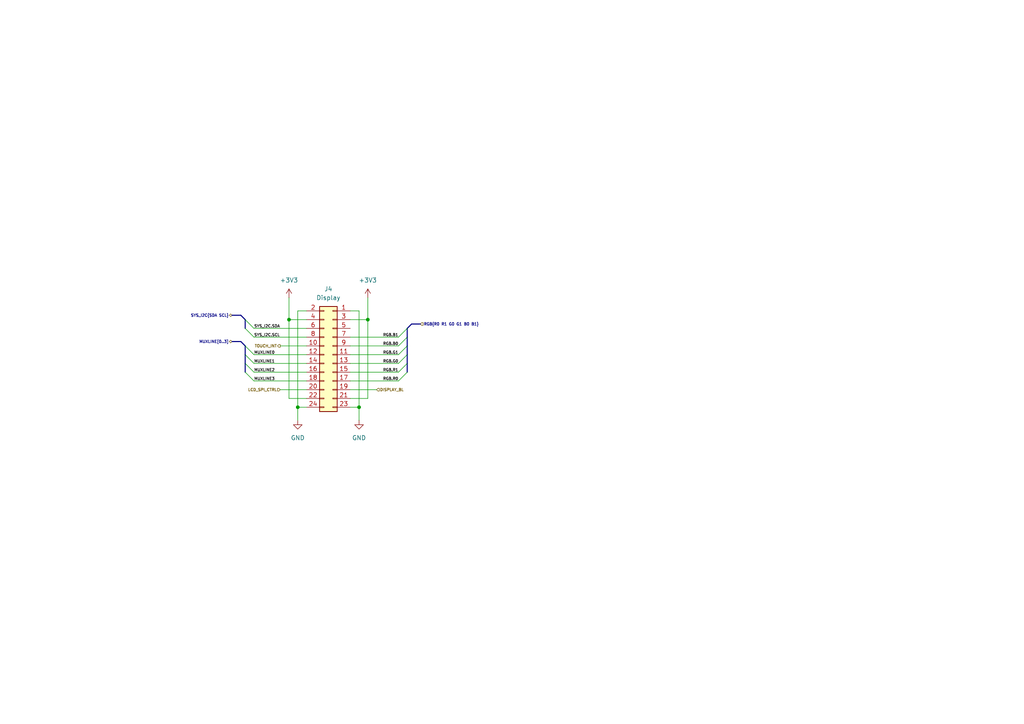
<source format=kicad_sch>
(kicad_sch (version 20211123) (generator eeschema)
  (paper "A4")
  (title_block (rev "A") (company "Frisius"))
  (lib_symbols
    (symbol "Connector_Generic:Conn_02x12_Odd_Even" (pin_names (offset 1.016) hide)
      (property "Reference" "J" (at 1.27 15.24 0))
      (property "Value" "Conn_02x12_Odd_Even" (at 1.27 -17.78 0))
      (symbol "Conn_02x12_Odd_Even_1_1"
        (rectangle (start -1.27 -15.113) (end 0 -15.367) (stroke (width 0.1524)))
        (rectangle (start -1.27 -12.573) (end 0 -12.827) (stroke (width 0.1524)))
        (rectangle (start -1.27 -10.033) (end 0 -10.287) (stroke (width 0.1524)))
        (rectangle (start -1.27 -7.493) (end 0 -7.747) (stroke (width 0.1524)))
        (rectangle (start -1.27 -4.953) (end 0 -5.207) (stroke (width 0.1524)))
        (rectangle (start -1.27 -2.413) (end 0 -2.667) (stroke (width 0.1524)))
        (rectangle (start -1.27 0.127) (end 0 -0.127) (stroke (width 0.1524)))
        (rectangle (start -1.27 2.667) (end 0 2.413) (stroke (width 0.1524)))
        (rectangle (start -1.27 5.207) (end 0 4.953) (stroke (width 0.1524)))
        (rectangle (start -1.27 7.747) (end 0 7.493) (stroke (width 0.1524)))
        (rectangle (start -1.27 10.287) (end 0 10.033) (stroke (width 0.1524)))
        (rectangle (start -1.27 12.827) (end 0 12.573) (stroke (width 0.1524)))
        (rectangle (start -1.27 13.97) (end 3.81 -16.51) (stroke (width 0.254)) (fill (type background)))
        (rectangle (start 3.81 -15.113) (end 2.54 -15.367) (stroke (width 0.1524)))
        (rectangle (start 3.81 -12.573) (end 2.54 -12.827) (stroke (width 0.1524)))
        (rectangle (start 3.81 -10.033) (end 2.54 -10.287) (stroke (width 0.1524)))
        (rectangle (start 3.81 -7.493) (end 2.54 -7.747) (stroke (width 0.1524)))
        (rectangle (start 3.81 -4.953) (end 2.54 -5.207) (stroke (width 0.1524)))
        (rectangle (start 3.81 -2.413) (end 2.54 -2.667) (stroke (width 0.1524)))
        (rectangle (start 3.81 0.127) (end 2.54 -0.127) (stroke (width 0.1524)))
        (rectangle (start 3.81 2.667) (end 2.54 2.413) (stroke (width 0.1524)))
        (rectangle (start 3.81 5.207) (end 2.54 4.953) (stroke (width 0.1524)))
        (rectangle (start 3.81 7.747) (end 2.54 7.493) (stroke (width 0.1524)))
        (rectangle (start 3.81 10.287) (end 2.54 10.033) (stroke (width 0.1524)))
        (rectangle (start 3.81 12.827) (end 2.54 12.573) (stroke (width 0.1524)))
        (pin passive line (at -5.08 12.7 0) (length 3.81) (name "Pin_1") (number "1"))
        (pin passive line (at 7.62 2.54 180) (length 3.81) (name "Pin_10") (number "10"))
        (pin passive line (at -5.08 0 0) (length 3.81) (name "Pin_11") (number "11"))
        (pin passive line (at 7.62 0 180) (length 3.81) (name "Pin_12") (number "12"))
        (pin passive line (at -5.08 -2.54 0) (length 3.81) (name "Pin_13") (number "13"))
        (pin passive line (at 7.62 -2.54 180) (length 3.81) (name "Pin_14") (number "14"))
        (pin passive line (at -5.08 -5.08 0) (length 3.81) (name "Pin_15") (number "15"))
        (pin passive line (at 7.62 -5.08 180) (length 3.81) (name "Pin_16") (number "16"))
        (pin passive line (at -5.08 -7.62 0) (length 3.81) (name "Pin_17") (number "17"))
        (pin passive line (at 7.62 -7.62 180) (length 3.81) (name "Pin_18") (number "18"))
        (pin passive line (at -5.08 -10.16 0) (length 3.81) (name "Pin_19") (number "19"))
        (pin passive line (at 7.62 12.7 180) (length 3.81) (name "Pin_2") (number "2"))
        (pin passive line (at 7.62 -10.16 180) (length 3.81) (name "Pin_20") (number "20"))
        (pin passive line (at -5.08 -12.7 0) (length 3.81) (name "Pin_21") (number "21"))
        (pin passive line (at 7.62 -12.7 180) (length 3.81) (name "Pin_22") (number "22"))
        (pin passive line (at -5.08 -15.24 0) (length 3.81) (name "Pin_23") (number "23"))
        (pin passive line (at 7.62 -15.24 180) (length 3.81) (name "Pin_24") (number "24"))
        (pin passive line (at -5.08 10.16 0) (length 3.81) (name "Pin_3") (number "3"))
        (pin passive line (at 7.62 10.16 180) (length 3.81) (name "Pin_4") (number "4"))
        (pin passive line (at -5.08 7.62 0) (length 3.81) (name "Pin_5") (number "5"))
        (pin passive line (at 7.62 7.62 180) (length 3.81) (name "Pin_6") (number "6"))
        (pin passive line (at -5.08 5.08 0) (length 3.81) (name "Pin_7") (number "7"))
        (pin passive line (at 7.62 5.08 180) (length 3.81) (name "Pin_8") (number "8"))
        (pin passive line (at -5.08 2.54 0) (length 3.81) (name "Pin_9") (number "9"))
      )
    )
    (symbol "power:+3V3" (power) (pin_names (offset 0))
      (property "Value" "+3V3" (at 0 3.556 0))
      (symbol "+3V3_0_1"
        (polyline (pts (xy -0.762 1.27) (xy 0 2.54)))
        (polyline (pts (xy 0 0) (xy 0 2.54)))
        (polyline (pts (xy 0 2.54) (xy 0.762 1.27)))
      )
      (symbol "+3V3_1_1"
        (pin power_in line (at 0 0 90) (length 0) hide (name "+3V3") (number "1"))
      )
    )
    (symbol "power:GND" (power) (pin_names (offset 0))
      (property "Value" "GND" (at 0 -3.81 0))
      (symbol "GND_0_1"
        (polyline (pts (xy 0 0) (xy 0 -1.27) (xy 1.27 -1.27) (xy 0 -2.54) (xy -1.27 -1.27) (xy 0 -1.27)))
      )
      (symbol "GND_1_1"
        (pin power_in line (at 0 0 270) (length 0) hide (name "GND") (number "1"))
      )
    )
  )
  (junction (at 83.82 92.71))
  (junction (at 106.68 92.71))
  (junction (at 86.36 118.11))
  (junction (at 104.14 118.11))
  (bus_entry (at 71.12 95.25) (size 2.54 2.54))
  (bus_entry (at 118.11 100.33) (size -2.54 2.54))
  (bus_entry (at 71.12 107.95) (size 2.54 2.54))
  (bus_entry (at 71.12 102.87) (size 2.54 2.54))
  (bus_entry (at 118.11 97.79) (size -2.54 2.54))
  (bus_entry (at 118.11 107.95) (size -2.54 2.54))
  (bus_entry (at 71.12 105.41) (size 2.54 2.54))
  (bus_entry (at 71.12 92.71) (size 2.54 2.54))
  (bus_entry (at 118.11 102.87) (size -2.54 2.54))
  (bus_entry (at 118.11 105.41) (size -2.54 2.54))
  (bus_entry (at 118.11 95.25) (size -2.54 2.54))
  (bus_entry (at 71.12 100.33) (size 2.54 2.54))
  (wire (pts (xy 81.28 113.03) (xy 88.9 113.03)))
  (wire (pts (xy 73.66 107.95) (xy 88.9 107.95)))
  (bus (pts (xy 121.92 93.98) (xy 119.38 93.98)))
  (wire (pts (xy 86.36 118.11) (xy 86.36 121.92)))
  (wire (pts (xy 109.22 113.03) (xy 101.6 113.03)))
  (wire (pts (xy 83.82 86.36) (xy 83.82 92.71)))
  (wire (pts (xy 104.14 90.17) (xy 101.6 90.17)))
  (wire (pts (xy 104.14 118.11) (xy 101.6 118.11)))
  (wire (pts (xy 106.68 86.36) (xy 106.68 92.71)))
  (wire (pts (xy 86.36 118.11) (xy 88.9 118.11)))
  (wire (pts (xy 101.6 105.41) (xy 115.57 105.41)))
  (wire (pts (xy 104.14 118.11) (xy 104.14 90.17)))
  (bus (pts (xy 67.31 99.06) (xy 69.85 99.06)))
  (wire (pts (xy 83.82 92.71) (xy 83.82 115.57)))
  (wire (pts (xy 104.14 118.11) (xy 104.14 121.92)))
  (wire (pts (xy 101.6 92.71) (xy 106.68 92.71)))
  (bus (pts (xy 69.85 99.06) (xy 71.12 100.33)))
  (wire (pts (xy 101.6 102.87) (xy 115.57 102.87)))
  (wire (pts (xy 83.82 115.57) (xy 88.9 115.57)))
  (bus (pts (xy 118.11 102.87) (xy 118.11 105.41)))
  (wire (pts (xy 73.66 105.41) (xy 88.9 105.41)))
  (wire (pts (xy 101.6 110.49) (xy 115.57 110.49)))
  (bus (pts (xy 118.11 100.33) (xy 118.11 102.87)))
  (bus (pts (xy 118.11 105.41) (xy 118.11 107.95)))
  (wire (pts (xy 101.6 107.95) (xy 115.57 107.95)))
  (bus (pts (xy 71.12 92.71) (xy 71.12 95.25)))
  (bus (pts (xy 71.12 100.33) (xy 71.12 102.87)))
  (bus (pts (xy 118.11 97.79) (xy 118.11 100.33)))
  (wire (pts (xy 106.68 92.71) (xy 106.68 115.57)))
  (bus (pts (xy 71.12 105.41) (xy 71.12 107.95)))
  (bus (pts (xy 71.12 105.41) (xy 71.12 102.87)))
  (wire (pts (xy 88.9 97.79) (xy 73.66 97.79)))
  (bus (pts (xy 67.31 91.44) (xy 69.85 91.44)))
  (wire (pts (xy 73.66 110.49) (xy 88.9 110.49)))
  (bus (pts (xy 119.38 93.98) (xy 118.11 95.25)))
  (bus (pts (xy 69.85 91.44) (xy 71.12 92.71)))
  (wire (pts (xy 88.9 92.71) (xy 83.82 92.71)))
  (wire (pts (xy 101.6 100.33) (xy 115.57 100.33)))
  (wire (pts (xy 101.6 97.79) (xy 115.57 97.79)))
  (wire (pts (xy 88.9 95.25) (xy 73.66 95.25)))
  (wire (pts (xy 88.9 90.17) (xy 86.36 90.17)))
  (wire (pts (xy 73.66 102.87) (xy 88.9 102.87)))
  (wire (pts (xy 106.68 115.57) (xy 101.6 115.57)))
  (wire (pts (xy 86.36 90.17) (xy 86.36 118.11)))
  (bus (pts (xy 118.11 95.25) (xy 118.11 97.79)))
  (wire (pts (xy 88.9 100.33) (xy 81.28 100.33)))
  (label "MUXLINE1" (at 73.66 105.41 0) (effects (font (size 0.8 0.8))))
  (label "RGB.R0" (at 115.57 110.49 180) (effects (font (size 0.8 0.8))))
  (label "RGB.G1" (at 115.57 102.87 180) (effects (font (size 0.8 0.8))))
  (label "SYS_I2C.SCL" (at 73.66 97.79 0) (effects (font (size 0.8 0.8))))
  (label "RGB.B1" (at 115.57 97.79 180) (effects (font (size 0.8 0.8))))
  (label "MUXLINE2" (at 73.66 107.95 0) (effects (font (size 0.8 0.8))))
  (label "RGB.G0" (at 115.57 105.41 180) (effects (font (size 0.8 0.8))))
  (label "SYS_I2C.SDA" (at 73.66 95.25 0) (effects (font (size 0.8 0.8))))
  (label "RGB.R1" (at 115.57 107.95 180) (effects (font (size 0.8 0.8))))
  (label "MUXLINE3" (at 73.66 110.49 0) (effects (font (size 0.8 0.8))))
  (label "MUXLINE0" (at 73.66 102.87 0) (effects (font (size 0.8 0.8))))
  (label "RGB.B0" (at 115.57 100.33 180) (effects (font (size 0.8 0.8))))
  (hierarchical_label "LCD_SPI_CTRL" (shape input) (at 81.28 113.03 180) (effects (font (size 0.8 0.8))))
  (hierarchical_label "TOUCH_INT" (shape output) (at 81.28 100.33 180) (effects (font (size 0.8 0.8))))
  (hierarchical_label "SYS_I2C{SDA SCL}" (shape bidirectional) (at 67.31 91.44 180) (effects (font (size 0.8 0.8))))
  (hierarchical_label "DISPLAY_BL" (shape input) (at 109.22 113.03 0) (effects (font (size 0.8 0.8))))
  (hierarchical_label "RGB{R0 R1 G0 G1 B0 B1}" (shape input) (at 121.92 93.98 0) (effects (font (size 0.8 0.8))))
  (hierarchical_label "MUXLINE[0..3]" (shape bidirectional) (at 67.31 99.06 180) (effects (font (size 0.8 0.8))))
  (symbol (lib_id "power:+3V3") (at 106.68 86.36 0) (unit 1)
    (property "Reference" "#PWR0131" (effects hide))
    (property "Value" "+3V3" (at 106.68 81.28 0))
  )
  (symbol (lib_id "power:GND") (at 86.36 121.92 0) (unit 1)
    (property "Reference" "#PWR0136" (effects hide))
    (property "Value" "GND" (at 86.36 127 0))
  )
  (symbol (lib_id "power:+3V3") (at 83.82 86.36 0) (unit 1)
    (property "Reference" "#PWR0138" (effects hide))
    (property "Value" "+3V3" (at 83.82 81.28 0))
  )
  (symbol (lib_id "Connector_Generic:Conn_02x12_Odd_Even") (at 96.52 102.87 0) (mirror y) (unit 1)
    (property "Reference" "J4" (at 95.25 83.82 0))
    (property "Value" "Display" (at 95.25 86.36 0))
    (property "Footprint" "Connector_Molex:Molex_SlimStack_55560-0241_2x12_P0.50mm_Vertical" (effects hide))
  )
  (symbol (lib_id "power:GND") (at 104.14 121.92 0) (mirror y) (unit 1)
    (property "Reference" "#PWR0130" (effects hide))
    (property "Value" "GND" (at 104.14 127 0))
  )
)
</source>
